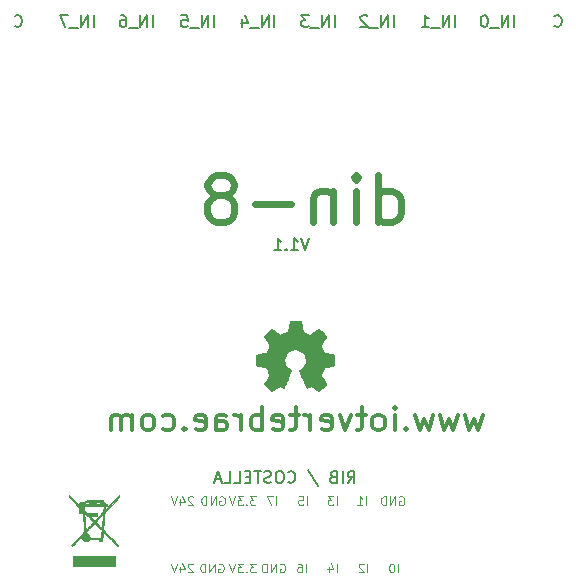
<source format=gbr>
%TF.GenerationSoftware,KiCad,Pcbnew,6.0.11+dfsg-1~bpo11+1*%
%TF.CreationDate,2023-04-06T13:54:20+02:00*%
%TF.ProjectId,din-8_11,64696e2d-385f-4313-912e-6b696361645f,1.1*%
%TF.SameCoordinates,Original*%
%TF.FileFunction,Legend,Bot*%
%TF.FilePolarity,Positive*%
%FSLAX46Y46*%
G04 Gerber Fmt 4.6, Leading zero omitted, Abs format (unit mm)*
G04 Created by KiCad (PCBNEW 6.0.11+dfsg-1~bpo11+1) date 2023-04-06 13:54:20*
%MOMM*%
%LPD*%
G01*
G04 APERTURE LIST*
%ADD10C,0.150000*%
%ADD11C,0.100000*%
%ADD12C,0.600000*%
%ADD13C,0.300000*%
%ADD14C,0.010000*%
G04 APERTURE END LIST*
D10*
X152823809Y-91452380D02*
X152490476Y-92452380D01*
X152157142Y-91452380D01*
X151300000Y-92452380D02*
X151871428Y-92452380D01*
X151585714Y-92452380D02*
X151585714Y-91452380D01*
X151680952Y-91595238D01*
X151776190Y-91690476D01*
X151871428Y-91738095D01*
X150871428Y-92357142D02*
X150823809Y-92404761D01*
X150871428Y-92452380D01*
X150919047Y-92404761D01*
X150871428Y-92357142D01*
X150871428Y-92452380D01*
X149871428Y-92452380D02*
X150442857Y-92452380D01*
X150157142Y-92452380D02*
X150157142Y-91452380D01*
X150252380Y-91595238D01*
X150347619Y-91690476D01*
X150442857Y-91738095D01*
X165180952Y-73552380D02*
X165180952Y-72552380D01*
X164704761Y-73552380D02*
X164704761Y-72552380D01*
X164133333Y-73552380D01*
X164133333Y-72552380D01*
X163895238Y-73647619D02*
X163133333Y-73647619D01*
X162371428Y-73552380D02*
X162942857Y-73552380D01*
X162657142Y-73552380D02*
X162657142Y-72552380D01*
X162752380Y-72695238D01*
X162847619Y-72790476D01*
X162942857Y-72838095D01*
D11*
X152557142Y-119739285D02*
X152557142Y-118989285D01*
X151878571Y-118989285D02*
X152021428Y-118989285D01*
X152092857Y-119025000D01*
X152128571Y-119060714D01*
X152200000Y-119167857D01*
X152235714Y-119310714D01*
X152235714Y-119596428D01*
X152200000Y-119667857D01*
X152164285Y-119703571D01*
X152092857Y-119739285D01*
X151950000Y-119739285D01*
X151878571Y-119703571D01*
X151842857Y-119667857D01*
X151807142Y-119596428D01*
X151807142Y-119417857D01*
X151842857Y-119346428D01*
X151878571Y-119310714D01*
X151950000Y-119275000D01*
X152092857Y-119275000D01*
X152164285Y-119310714D01*
X152200000Y-119346428D01*
X152235714Y-119417857D01*
D10*
X149880952Y-73552380D02*
X149880952Y-72552380D01*
X149404761Y-73552380D02*
X149404761Y-72552380D01*
X148833333Y-73552380D01*
X148833333Y-72552380D01*
X148595238Y-73647619D02*
X147833333Y-73647619D01*
X147166666Y-72885714D02*
X147166666Y-73552380D01*
X147404761Y-72504761D02*
X147642857Y-73219047D01*
X147023809Y-73219047D01*
D11*
X142992857Y-119060714D02*
X142957142Y-119025000D01*
X142885714Y-118989285D01*
X142707142Y-118989285D01*
X142635714Y-119025000D01*
X142600000Y-119060714D01*
X142564285Y-119132142D01*
X142564285Y-119203571D01*
X142600000Y-119310714D01*
X143028571Y-119739285D01*
X142564285Y-119739285D01*
X141921428Y-119239285D02*
X141921428Y-119739285D01*
X142100000Y-118953571D02*
X142278571Y-119489285D01*
X141814285Y-119489285D01*
X141635714Y-118989285D02*
X141385714Y-119739285D01*
X141135714Y-118989285D01*
D10*
X173590476Y-73457142D02*
X173638095Y-73504761D01*
X173780952Y-73552380D01*
X173876190Y-73552380D01*
X174019047Y-73504761D01*
X174114285Y-73409523D01*
X174161904Y-73314285D01*
X174209523Y-73123809D01*
X174209523Y-72980952D01*
X174161904Y-72790476D01*
X174114285Y-72695238D01*
X174019047Y-72600000D01*
X173876190Y-72552380D01*
X173780952Y-72552380D01*
X173638095Y-72600000D01*
X173590476Y-72647619D01*
D11*
X150371428Y-119025000D02*
X150442857Y-118989285D01*
X150550000Y-118989285D01*
X150657142Y-119025000D01*
X150728571Y-119096428D01*
X150764285Y-119167857D01*
X150800000Y-119310714D01*
X150800000Y-119417857D01*
X150764285Y-119560714D01*
X150728571Y-119632142D01*
X150657142Y-119703571D01*
X150550000Y-119739285D01*
X150478571Y-119739285D01*
X150371428Y-119703571D01*
X150335714Y-119667857D01*
X150335714Y-119417857D01*
X150478571Y-119417857D01*
X150014285Y-119739285D02*
X150014285Y-118989285D01*
X149585714Y-119739285D01*
X149585714Y-118989285D01*
X149228571Y-119739285D02*
X149228571Y-118989285D01*
X149050000Y-118989285D01*
X148942857Y-119025000D01*
X148871428Y-119096428D01*
X148835714Y-119167857D01*
X148800000Y-119310714D01*
X148800000Y-119417857D01*
X148835714Y-119560714D01*
X148871428Y-119632142D01*
X148942857Y-119703571D01*
X149050000Y-119739285D01*
X149228571Y-119739285D01*
D10*
X156085714Y-112152380D02*
X156419047Y-111676190D01*
X156657142Y-112152380D02*
X156657142Y-111152380D01*
X156276190Y-111152380D01*
X156180952Y-111200000D01*
X156133333Y-111247619D01*
X156085714Y-111342857D01*
X156085714Y-111485714D01*
X156133333Y-111580952D01*
X156180952Y-111628571D01*
X156276190Y-111676190D01*
X156657142Y-111676190D01*
X155657142Y-112152380D02*
X155657142Y-111152380D01*
X154847619Y-111628571D02*
X154704761Y-111676190D01*
X154657142Y-111723809D01*
X154609523Y-111819047D01*
X154609523Y-111961904D01*
X154657142Y-112057142D01*
X154704761Y-112104761D01*
X154800000Y-112152380D01*
X155180952Y-112152380D01*
X155180952Y-111152380D01*
X154847619Y-111152380D01*
X154752380Y-111200000D01*
X154704761Y-111247619D01*
X154657142Y-111342857D01*
X154657142Y-111438095D01*
X154704761Y-111533333D01*
X154752380Y-111580952D01*
X154847619Y-111628571D01*
X155180952Y-111628571D01*
X152704761Y-111104761D02*
X153561904Y-112390476D01*
X151038095Y-112057142D02*
X151085714Y-112104761D01*
X151228571Y-112152380D01*
X151323809Y-112152380D01*
X151466666Y-112104761D01*
X151561904Y-112009523D01*
X151609523Y-111914285D01*
X151657142Y-111723809D01*
X151657142Y-111580952D01*
X151609523Y-111390476D01*
X151561904Y-111295238D01*
X151466666Y-111200000D01*
X151323809Y-111152380D01*
X151228571Y-111152380D01*
X151085714Y-111200000D01*
X151038095Y-111247619D01*
X150419047Y-111152380D02*
X150228571Y-111152380D01*
X150133333Y-111200000D01*
X150038095Y-111295238D01*
X149990476Y-111485714D01*
X149990476Y-111819047D01*
X150038095Y-112009523D01*
X150133333Y-112104761D01*
X150228571Y-112152380D01*
X150419047Y-112152380D01*
X150514285Y-112104761D01*
X150609523Y-112009523D01*
X150657142Y-111819047D01*
X150657142Y-111485714D01*
X150609523Y-111295238D01*
X150514285Y-111200000D01*
X150419047Y-111152380D01*
X149609523Y-112104761D02*
X149466666Y-112152380D01*
X149228571Y-112152380D01*
X149133333Y-112104761D01*
X149085714Y-112057142D01*
X149038095Y-111961904D01*
X149038095Y-111866666D01*
X149085714Y-111771428D01*
X149133333Y-111723809D01*
X149228571Y-111676190D01*
X149419047Y-111628571D01*
X149514285Y-111580952D01*
X149561904Y-111533333D01*
X149609523Y-111438095D01*
X149609523Y-111342857D01*
X149561904Y-111247619D01*
X149514285Y-111200000D01*
X149419047Y-111152380D01*
X149180952Y-111152380D01*
X149038095Y-111200000D01*
X148752380Y-111152380D02*
X148180952Y-111152380D01*
X148466666Y-112152380D02*
X148466666Y-111152380D01*
X147847619Y-111628571D02*
X147514285Y-111628571D01*
X147371428Y-112152380D02*
X147847619Y-112152380D01*
X147847619Y-111152380D01*
X147371428Y-111152380D01*
X146466666Y-112152380D02*
X146942857Y-112152380D01*
X146942857Y-111152380D01*
X145657142Y-112152380D02*
X146133333Y-112152380D01*
X146133333Y-111152380D01*
X145371428Y-111866666D02*
X144895238Y-111866666D01*
X145466666Y-112152380D02*
X145133333Y-111152380D01*
X144800000Y-112152380D01*
D11*
X152657142Y-114039285D02*
X152657142Y-113289285D01*
X151942857Y-113289285D02*
X152300000Y-113289285D01*
X152335714Y-113646428D01*
X152300000Y-113610714D01*
X152228571Y-113575000D01*
X152050000Y-113575000D01*
X151978571Y-113610714D01*
X151942857Y-113646428D01*
X151907142Y-113717857D01*
X151907142Y-113896428D01*
X151942857Y-113967857D01*
X151978571Y-114003571D01*
X152050000Y-114039285D01*
X152228571Y-114039285D01*
X152300000Y-114003571D01*
X152335714Y-113967857D01*
X160471428Y-113325000D02*
X160542857Y-113289285D01*
X160650000Y-113289285D01*
X160757142Y-113325000D01*
X160828571Y-113396428D01*
X160864285Y-113467857D01*
X160900000Y-113610714D01*
X160900000Y-113717857D01*
X160864285Y-113860714D01*
X160828571Y-113932142D01*
X160757142Y-114003571D01*
X160650000Y-114039285D01*
X160578571Y-114039285D01*
X160471428Y-114003571D01*
X160435714Y-113967857D01*
X160435714Y-113717857D01*
X160578571Y-113717857D01*
X160114285Y-114039285D02*
X160114285Y-113289285D01*
X159685714Y-114039285D01*
X159685714Y-113289285D01*
X159328571Y-114039285D02*
X159328571Y-113289285D01*
X159150000Y-113289285D01*
X159042857Y-113325000D01*
X158971428Y-113396428D01*
X158935714Y-113467857D01*
X158900000Y-113610714D01*
X158900000Y-113717857D01*
X158935714Y-113860714D01*
X158971428Y-113932142D01*
X159042857Y-114003571D01*
X159150000Y-114039285D01*
X159328571Y-114039285D01*
D10*
X159980952Y-73552380D02*
X159980952Y-72552380D01*
X159504761Y-73552380D02*
X159504761Y-72552380D01*
X158933333Y-73552380D01*
X158933333Y-72552380D01*
X158695238Y-73647619D02*
X157933333Y-73647619D01*
X157742857Y-72647619D02*
X157695238Y-72600000D01*
X157600000Y-72552380D01*
X157361904Y-72552380D01*
X157266666Y-72600000D01*
X157219047Y-72647619D01*
X157171428Y-72742857D01*
X157171428Y-72838095D01*
X157219047Y-72980952D01*
X157790476Y-73552380D01*
X157171428Y-73552380D01*
X134580952Y-73552380D02*
X134580952Y-72552380D01*
X134104761Y-73552380D02*
X134104761Y-72552380D01*
X133533333Y-73552380D01*
X133533333Y-72552380D01*
X133295238Y-73647619D02*
X132533333Y-73647619D01*
X132390476Y-72552380D02*
X131723809Y-72552380D01*
X132152380Y-73552380D01*
D11*
X157757142Y-119739285D02*
X157757142Y-118989285D01*
X157435714Y-119060714D02*
X157400000Y-119025000D01*
X157328571Y-118989285D01*
X157150000Y-118989285D01*
X157078571Y-119025000D01*
X157042857Y-119060714D01*
X157007142Y-119132142D01*
X157007142Y-119203571D01*
X157042857Y-119310714D01*
X157471428Y-119739285D01*
X157007142Y-119739285D01*
D10*
X139580952Y-73552380D02*
X139580952Y-72552380D01*
X139104761Y-73552380D02*
X139104761Y-72552380D01*
X138533333Y-73552380D01*
X138533333Y-72552380D01*
X138295238Y-73647619D02*
X137533333Y-73647619D01*
X136866666Y-72552380D02*
X137057142Y-72552380D01*
X137152380Y-72600000D01*
X137200000Y-72647619D01*
X137295238Y-72790476D01*
X137342857Y-72980952D01*
X137342857Y-73361904D01*
X137295238Y-73457142D01*
X137247619Y-73504761D01*
X137152380Y-73552380D01*
X136961904Y-73552380D01*
X136866666Y-73504761D01*
X136819047Y-73457142D01*
X136771428Y-73361904D01*
X136771428Y-73123809D01*
X136819047Y-73028571D01*
X136866666Y-72980952D01*
X136961904Y-72933333D01*
X137152380Y-72933333D01*
X137247619Y-72980952D01*
X137295238Y-73028571D01*
X137342857Y-73123809D01*
D11*
X148307142Y-113289285D02*
X147842857Y-113289285D01*
X148092857Y-113575000D01*
X147985714Y-113575000D01*
X147914285Y-113610714D01*
X147878571Y-113646428D01*
X147842857Y-113717857D01*
X147842857Y-113896428D01*
X147878571Y-113967857D01*
X147914285Y-114003571D01*
X147985714Y-114039285D01*
X148200000Y-114039285D01*
X148271428Y-114003571D01*
X148307142Y-113967857D01*
X147521428Y-113967857D02*
X147485714Y-114003571D01*
X147521428Y-114039285D01*
X147557142Y-114003571D01*
X147521428Y-113967857D01*
X147521428Y-114039285D01*
X147235714Y-113289285D02*
X146771428Y-113289285D01*
X147021428Y-113575000D01*
X146914285Y-113575000D01*
X146842857Y-113610714D01*
X146807142Y-113646428D01*
X146771428Y-113717857D01*
X146771428Y-113896428D01*
X146807142Y-113967857D01*
X146842857Y-114003571D01*
X146914285Y-114039285D01*
X147128571Y-114039285D01*
X147200000Y-114003571D01*
X147235714Y-113967857D01*
X146557142Y-113289285D02*
X146307142Y-114039285D01*
X146057142Y-113289285D01*
D10*
X170180952Y-73552380D02*
X170180952Y-72552380D01*
X169704761Y-73552380D02*
X169704761Y-72552380D01*
X169133333Y-73552380D01*
X169133333Y-72552380D01*
X168895238Y-73647619D02*
X168133333Y-73647619D01*
X167704761Y-72552380D02*
X167609523Y-72552380D01*
X167514285Y-72600000D01*
X167466666Y-72647619D01*
X167419047Y-72742857D01*
X167371428Y-72933333D01*
X167371428Y-73171428D01*
X167419047Y-73361904D01*
X167466666Y-73457142D01*
X167514285Y-73504761D01*
X167609523Y-73552380D01*
X167704761Y-73552380D01*
X167800000Y-73504761D01*
X167847619Y-73457142D01*
X167895238Y-73361904D01*
X167942857Y-73171428D01*
X167942857Y-72933333D01*
X167895238Y-72742857D01*
X167847619Y-72647619D01*
X167800000Y-72600000D01*
X167704761Y-72552380D01*
D11*
X155157142Y-114039285D02*
X155157142Y-113289285D01*
X154871428Y-113289285D02*
X154407142Y-113289285D01*
X154657142Y-113575000D01*
X154550000Y-113575000D01*
X154478571Y-113610714D01*
X154442857Y-113646428D01*
X154407142Y-113717857D01*
X154407142Y-113896428D01*
X154442857Y-113967857D01*
X154478571Y-114003571D01*
X154550000Y-114039285D01*
X154764285Y-114039285D01*
X154835714Y-114003571D01*
X154871428Y-113967857D01*
X145171428Y-119025000D02*
X145242857Y-118989285D01*
X145350000Y-118989285D01*
X145457142Y-119025000D01*
X145528571Y-119096428D01*
X145564285Y-119167857D01*
X145600000Y-119310714D01*
X145600000Y-119417857D01*
X145564285Y-119560714D01*
X145528571Y-119632142D01*
X145457142Y-119703571D01*
X145350000Y-119739285D01*
X145278571Y-119739285D01*
X145171428Y-119703571D01*
X145135714Y-119667857D01*
X145135714Y-119417857D01*
X145278571Y-119417857D01*
X144814285Y-119739285D02*
X144814285Y-118989285D01*
X144385714Y-119739285D01*
X144385714Y-118989285D01*
X144028571Y-119739285D02*
X144028571Y-118989285D01*
X143850000Y-118989285D01*
X143742857Y-119025000D01*
X143671428Y-119096428D01*
X143635714Y-119167857D01*
X143600000Y-119310714D01*
X143600000Y-119417857D01*
X143635714Y-119560714D01*
X143671428Y-119632142D01*
X143742857Y-119703571D01*
X143850000Y-119739285D01*
X144028571Y-119739285D01*
X150057142Y-114039285D02*
X150057142Y-113289285D01*
X149771428Y-113289285D02*
X149271428Y-113289285D01*
X149592857Y-114039285D01*
D10*
X144780952Y-73552380D02*
X144780952Y-72552380D01*
X144304761Y-73552380D02*
X144304761Y-72552380D01*
X143733333Y-73552380D01*
X143733333Y-72552380D01*
X143495238Y-73647619D02*
X142733333Y-73647619D01*
X142019047Y-72552380D02*
X142495238Y-72552380D01*
X142542857Y-73028571D01*
X142495238Y-72980952D01*
X142400000Y-72933333D01*
X142161904Y-72933333D01*
X142066666Y-72980952D01*
X142019047Y-73028571D01*
X141971428Y-73123809D01*
X141971428Y-73361904D01*
X142019047Y-73457142D01*
X142066666Y-73504761D01*
X142161904Y-73552380D01*
X142400000Y-73552380D01*
X142495238Y-73504761D01*
X142542857Y-73457142D01*
D11*
X142992857Y-113360714D02*
X142957142Y-113325000D01*
X142885714Y-113289285D01*
X142707142Y-113289285D01*
X142635714Y-113325000D01*
X142600000Y-113360714D01*
X142564285Y-113432142D01*
X142564285Y-113503571D01*
X142600000Y-113610714D01*
X143028571Y-114039285D01*
X142564285Y-114039285D01*
X141921428Y-113539285D02*
X141921428Y-114039285D01*
X142100000Y-113253571D02*
X142278571Y-113789285D01*
X141814285Y-113789285D01*
X141635714Y-113289285D02*
X141385714Y-114039285D01*
X141135714Y-113289285D01*
D10*
X127890476Y-73457142D02*
X127938095Y-73504761D01*
X128080952Y-73552380D01*
X128176190Y-73552380D01*
X128319047Y-73504761D01*
X128414285Y-73409523D01*
X128461904Y-73314285D01*
X128509523Y-73123809D01*
X128509523Y-72980952D01*
X128461904Y-72790476D01*
X128414285Y-72695238D01*
X128319047Y-72600000D01*
X128176190Y-72552380D01*
X128080952Y-72552380D01*
X127938095Y-72600000D01*
X127890476Y-72647619D01*
D11*
X155157142Y-119739285D02*
X155157142Y-118989285D01*
X154478571Y-119239285D02*
X154478571Y-119739285D01*
X154657142Y-118953571D02*
X154835714Y-119489285D01*
X154371428Y-119489285D01*
X160357142Y-119739285D02*
X160357142Y-118989285D01*
X159857142Y-118989285D02*
X159785714Y-118989285D01*
X159714285Y-119025000D01*
X159678571Y-119060714D01*
X159642857Y-119132142D01*
X159607142Y-119275000D01*
X159607142Y-119453571D01*
X159642857Y-119596428D01*
X159678571Y-119667857D01*
X159714285Y-119703571D01*
X159785714Y-119739285D01*
X159857142Y-119739285D01*
X159928571Y-119703571D01*
X159964285Y-119667857D01*
X160000000Y-119596428D01*
X160035714Y-119453571D01*
X160035714Y-119275000D01*
X160000000Y-119132142D01*
X159964285Y-119060714D01*
X159928571Y-119025000D01*
X159857142Y-118989285D01*
D12*
X158685714Y-90109523D02*
X158685714Y-86109523D01*
X158685714Y-89919047D02*
X159066666Y-90109523D01*
X159828571Y-90109523D01*
X160209523Y-89919047D01*
X160400000Y-89728571D01*
X160590476Y-89347619D01*
X160590476Y-88204761D01*
X160400000Y-87823809D01*
X160209523Y-87633333D01*
X159828571Y-87442857D01*
X159066666Y-87442857D01*
X158685714Y-87633333D01*
X156780952Y-90109523D02*
X156780952Y-87442857D01*
X156780952Y-86109523D02*
X156971428Y-86300000D01*
X156780952Y-86490476D01*
X156590476Y-86300000D01*
X156780952Y-86109523D01*
X156780952Y-86490476D01*
X154876190Y-87442857D02*
X154876190Y-90109523D01*
X154876190Y-87823809D02*
X154685714Y-87633333D01*
X154304761Y-87442857D01*
X153733333Y-87442857D01*
X153352380Y-87633333D01*
X153161904Y-88014285D01*
X153161904Y-90109523D01*
X151257142Y-88585714D02*
X148209523Y-88585714D01*
X145733333Y-87823809D02*
X146114285Y-87633333D01*
X146304761Y-87442857D01*
X146495238Y-87061904D01*
X146495238Y-86871428D01*
X146304761Y-86490476D01*
X146114285Y-86300000D01*
X145733333Y-86109523D01*
X144971428Y-86109523D01*
X144590476Y-86300000D01*
X144400000Y-86490476D01*
X144209523Y-86871428D01*
X144209523Y-87061904D01*
X144400000Y-87442857D01*
X144590476Y-87633333D01*
X144971428Y-87823809D01*
X145733333Y-87823809D01*
X146114285Y-88014285D01*
X146304761Y-88204761D01*
X146495238Y-88585714D01*
X146495238Y-89347619D01*
X146304761Y-89728571D01*
X146114285Y-89919047D01*
X145733333Y-90109523D01*
X144971428Y-90109523D01*
X144590476Y-89919047D01*
X144400000Y-89728571D01*
X144209523Y-89347619D01*
X144209523Y-88585714D01*
X144400000Y-88204761D01*
X144590476Y-88014285D01*
X144971428Y-87823809D01*
D10*
X154980952Y-73552380D02*
X154980952Y-72552380D01*
X154504761Y-73552380D02*
X154504761Y-72552380D01*
X153933333Y-73552380D01*
X153933333Y-72552380D01*
X153695238Y-73647619D02*
X152933333Y-73647619D01*
X152790476Y-72552380D02*
X152171428Y-72552380D01*
X152504761Y-72933333D01*
X152361904Y-72933333D01*
X152266666Y-72980952D01*
X152219047Y-73028571D01*
X152171428Y-73123809D01*
X152171428Y-73361904D01*
X152219047Y-73457142D01*
X152266666Y-73504761D01*
X152361904Y-73552380D01*
X152647619Y-73552380D01*
X152742857Y-73504761D01*
X152790476Y-73457142D01*
D11*
X148307142Y-118989285D02*
X147842857Y-118989285D01*
X148092857Y-119275000D01*
X147985714Y-119275000D01*
X147914285Y-119310714D01*
X147878571Y-119346428D01*
X147842857Y-119417857D01*
X147842857Y-119596428D01*
X147878571Y-119667857D01*
X147914285Y-119703571D01*
X147985714Y-119739285D01*
X148200000Y-119739285D01*
X148271428Y-119703571D01*
X148307142Y-119667857D01*
X147521428Y-119667857D02*
X147485714Y-119703571D01*
X147521428Y-119739285D01*
X147557142Y-119703571D01*
X147521428Y-119667857D01*
X147521428Y-119739285D01*
X147235714Y-118989285D02*
X146771428Y-118989285D01*
X147021428Y-119275000D01*
X146914285Y-119275000D01*
X146842857Y-119310714D01*
X146807142Y-119346428D01*
X146771428Y-119417857D01*
X146771428Y-119596428D01*
X146807142Y-119667857D01*
X146842857Y-119703571D01*
X146914285Y-119739285D01*
X147128571Y-119739285D01*
X147200000Y-119703571D01*
X147235714Y-119667857D01*
X146557142Y-118989285D02*
X146307142Y-119739285D01*
X146057142Y-118989285D01*
X157657142Y-114039285D02*
X157657142Y-113289285D01*
X156907142Y-114039285D02*
X157335714Y-114039285D01*
X157121428Y-114039285D02*
X157121428Y-113289285D01*
X157192857Y-113396428D01*
X157264285Y-113467857D01*
X157335714Y-113503571D01*
X145271428Y-113325000D02*
X145342857Y-113289285D01*
X145450000Y-113289285D01*
X145557142Y-113325000D01*
X145628571Y-113396428D01*
X145664285Y-113467857D01*
X145700000Y-113610714D01*
X145700000Y-113717857D01*
X145664285Y-113860714D01*
X145628571Y-113932142D01*
X145557142Y-114003571D01*
X145450000Y-114039285D01*
X145378571Y-114039285D01*
X145271428Y-114003571D01*
X145235714Y-113967857D01*
X145235714Y-113717857D01*
X145378571Y-113717857D01*
X144914285Y-114039285D02*
X144914285Y-113289285D01*
X144485714Y-114039285D01*
X144485714Y-113289285D01*
X144128571Y-114039285D02*
X144128571Y-113289285D01*
X143950000Y-113289285D01*
X143842857Y-113325000D01*
X143771428Y-113396428D01*
X143735714Y-113467857D01*
X143700000Y-113610714D01*
X143700000Y-113717857D01*
X143735714Y-113860714D01*
X143771428Y-113932142D01*
X143842857Y-114003571D01*
X143950000Y-114039285D01*
X144128571Y-114039285D01*
D13*
X167509523Y-106371428D02*
X167128571Y-107704761D01*
X166747619Y-106752380D01*
X166366666Y-107704761D01*
X165985714Y-106371428D01*
X165414285Y-106371428D02*
X165033333Y-107704761D01*
X164652380Y-106752380D01*
X164271428Y-107704761D01*
X163890476Y-106371428D01*
X163319047Y-106371428D02*
X162938095Y-107704761D01*
X162557142Y-106752380D01*
X162176190Y-107704761D01*
X161795238Y-106371428D01*
X161033333Y-107514285D02*
X160938095Y-107609523D01*
X161033333Y-107704761D01*
X161128571Y-107609523D01*
X161033333Y-107514285D01*
X161033333Y-107704761D01*
X160080952Y-107704761D02*
X160080952Y-106371428D01*
X160080952Y-105704761D02*
X160176190Y-105800000D01*
X160080952Y-105895238D01*
X159985714Y-105800000D01*
X160080952Y-105704761D01*
X160080952Y-105895238D01*
X158842857Y-107704761D02*
X159033333Y-107609523D01*
X159128571Y-107514285D01*
X159223809Y-107323809D01*
X159223809Y-106752380D01*
X159128571Y-106561904D01*
X159033333Y-106466666D01*
X158842857Y-106371428D01*
X158557142Y-106371428D01*
X158366666Y-106466666D01*
X158271428Y-106561904D01*
X158176190Y-106752380D01*
X158176190Y-107323809D01*
X158271428Y-107514285D01*
X158366666Y-107609523D01*
X158557142Y-107704761D01*
X158842857Y-107704761D01*
X157604761Y-106371428D02*
X156842857Y-106371428D01*
X157319047Y-105704761D02*
X157319047Y-107419047D01*
X157223809Y-107609523D01*
X157033333Y-107704761D01*
X156842857Y-107704761D01*
X156366666Y-106371428D02*
X155890476Y-107704761D01*
X155414285Y-106371428D01*
X153890476Y-107609523D02*
X154080952Y-107704761D01*
X154461904Y-107704761D01*
X154652380Y-107609523D01*
X154747619Y-107419047D01*
X154747619Y-106657142D01*
X154652380Y-106466666D01*
X154461904Y-106371428D01*
X154080952Y-106371428D01*
X153890476Y-106466666D01*
X153795238Y-106657142D01*
X153795238Y-106847619D01*
X154747619Y-107038095D01*
X152938095Y-107704761D02*
X152938095Y-106371428D01*
X152938095Y-106752380D02*
X152842857Y-106561904D01*
X152747619Y-106466666D01*
X152557142Y-106371428D01*
X152366666Y-106371428D01*
X151985714Y-106371428D02*
X151223809Y-106371428D01*
X151700000Y-105704761D02*
X151700000Y-107419047D01*
X151604761Y-107609523D01*
X151414285Y-107704761D01*
X151223809Y-107704761D01*
X149795238Y-107609523D02*
X149985714Y-107704761D01*
X150366666Y-107704761D01*
X150557142Y-107609523D01*
X150652380Y-107419047D01*
X150652380Y-106657142D01*
X150557142Y-106466666D01*
X150366666Y-106371428D01*
X149985714Y-106371428D01*
X149795238Y-106466666D01*
X149700000Y-106657142D01*
X149700000Y-106847619D01*
X150652380Y-107038095D01*
X148842857Y-107704761D02*
X148842857Y-105704761D01*
X148842857Y-106466666D02*
X148652380Y-106371428D01*
X148271428Y-106371428D01*
X148080952Y-106466666D01*
X147985714Y-106561904D01*
X147890476Y-106752380D01*
X147890476Y-107323809D01*
X147985714Y-107514285D01*
X148080952Y-107609523D01*
X148271428Y-107704761D01*
X148652380Y-107704761D01*
X148842857Y-107609523D01*
X147033333Y-107704761D02*
X147033333Y-106371428D01*
X147033333Y-106752380D02*
X146938095Y-106561904D01*
X146842857Y-106466666D01*
X146652380Y-106371428D01*
X146461904Y-106371428D01*
X144938095Y-107704761D02*
X144938095Y-106657142D01*
X145033333Y-106466666D01*
X145223809Y-106371428D01*
X145604761Y-106371428D01*
X145795238Y-106466666D01*
X144938095Y-107609523D02*
X145128571Y-107704761D01*
X145604761Y-107704761D01*
X145795238Y-107609523D01*
X145890476Y-107419047D01*
X145890476Y-107228571D01*
X145795238Y-107038095D01*
X145604761Y-106942857D01*
X145128571Y-106942857D01*
X144938095Y-106847619D01*
X143223809Y-107609523D02*
X143414285Y-107704761D01*
X143795238Y-107704761D01*
X143985714Y-107609523D01*
X144080952Y-107419047D01*
X144080952Y-106657142D01*
X143985714Y-106466666D01*
X143795238Y-106371428D01*
X143414285Y-106371428D01*
X143223809Y-106466666D01*
X143128571Y-106657142D01*
X143128571Y-106847619D01*
X144080952Y-107038095D01*
X142271428Y-107514285D02*
X142176190Y-107609523D01*
X142271428Y-107704761D01*
X142366666Y-107609523D01*
X142271428Y-107514285D01*
X142271428Y-107704761D01*
X140461904Y-107609523D02*
X140652380Y-107704761D01*
X141033333Y-107704761D01*
X141223809Y-107609523D01*
X141319047Y-107514285D01*
X141414285Y-107323809D01*
X141414285Y-106752380D01*
X141319047Y-106561904D01*
X141223809Y-106466666D01*
X141033333Y-106371428D01*
X140652380Y-106371428D01*
X140461904Y-106466666D01*
X139319047Y-107704761D02*
X139509523Y-107609523D01*
X139604761Y-107514285D01*
X139700000Y-107323809D01*
X139700000Y-106752380D01*
X139604761Y-106561904D01*
X139509523Y-106466666D01*
X139319047Y-106371428D01*
X139033333Y-106371428D01*
X138842857Y-106466666D01*
X138747619Y-106561904D01*
X138652380Y-106752380D01*
X138652380Y-107323809D01*
X138747619Y-107514285D01*
X138842857Y-107609523D01*
X139033333Y-107704761D01*
X139319047Y-107704761D01*
X137795238Y-107704761D02*
X137795238Y-106371428D01*
X137795238Y-106561904D02*
X137700000Y-106466666D01*
X137509523Y-106371428D01*
X137223809Y-106371428D01*
X137033333Y-106466666D01*
X136938095Y-106657142D01*
X136938095Y-107704761D01*
X136938095Y-106657142D02*
X136842857Y-106466666D01*
X136652380Y-106371428D01*
X136366666Y-106371428D01*
X136176190Y-106466666D01*
X136080952Y-106657142D01*
X136080952Y-107704761D01*
%TO.C,REF\u002A\u002A*%
G36*
X152187275Y-98918931D02*
G01*
X152271095Y-99363555D01*
X152889667Y-99618551D01*
X153260707Y-99366246D01*
X153334144Y-99316506D01*
X153431499Y-99251218D01*
X153515787Y-99195454D01*
X153582631Y-99152078D01*
X153627654Y-99123953D01*
X153646478Y-99113942D01*
X153658039Y-99121061D01*
X153692596Y-99150894D01*
X153744894Y-99199852D01*
X153810500Y-99263440D01*
X153884983Y-99337163D01*
X153963913Y-99416525D01*
X154042856Y-99497031D01*
X154117384Y-99574185D01*
X154183063Y-99643493D01*
X154235463Y-99700457D01*
X154270153Y-99740584D01*
X154282701Y-99759377D01*
X154279782Y-99767451D01*
X154259571Y-99803469D01*
X154222663Y-99862744D01*
X154172050Y-99940630D01*
X154110725Y-100032481D01*
X154041679Y-100133650D01*
X154003787Y-100188826D01*
X153938606Y-100284884D01*
X153882723Y-100368717D01*
X153839117Y-100435777D01*
X153810769Y-100481519D01*
X153800657Y-100501396D01*
X153800823Y-100502497D01*
X153809743Y-100527694D01*
X153830206Y-100579147D01*
X153859360Y-100650135D01*
X153894353Y-100733935D01*
X153932332Y-100823828D01*
X153970445Y-100913091D01*
X154005839Y-100995003D01*
X154035662Y-101062843D01*
X154057061Y-101109890D01*
X154067184Y-101129422D01*
X154073174Y-101131155D01*
X154109566Y-101138969D01*
X154174427Y-101151915D01*
X154262565Y-101168979D01*
X154368787Y-101189151D01*
X154487902Y-101211418D01*
X154550683Y-101223223D01*
X154665912Y-101245748D01*
X154766662Y-101266550D01*
X154847426Y-101284435D01*
X154902698Y-101298208D01*
X154926971Y-101306674D01*
X154931331Y-101315066D01*
X154938563Y-101356072D01*
X154944246Y-101424368D01*
X154948382Y-101513529D01*
X154950977Y-101617128D01*
X154952036Y-101728740D01*
X154951561Y-101841938D01*
X154949559Y-101950296D01*
X154946033Y-102047389D01*
X154940987Y-102126790D01*
X154934427Y-102182072D01*
X154926356Y-102206810D01*
X154921458Y-102209600D01*
X154884930Y-102221569D01*
X154821565Y-102237405D01*
X154738686Y-102255374D01*
X154643618Y-102273741D01*
X154611542Y-102279591D01*
X154463393Y-102306798D01*
X154346961Y-102328663D01*
X154258209Y-102346093D01*
X154193103Y-102359996D01*
X154147606Y-102371277D01*
X154117682Y-102380843D01*
X154099294Y-102389601D01*
X154088407Y-102398457D01*
X154087142Y-102399943D01*
X154069338Y-102430931D01*
X154042994Y-102487634D01*
X154010661Y-102563399D01*
X153974893Y-102651574D01*
X153938244Y-102745507D01*
X153903266Y-102838547D01*
X153872513Y-102924041D01*
X153848538Y-102995336D01*
X153833895Y-103045782D01*
X153831136Y-103068726D01*
X153832981Y-103071703D01*
X153852075Y-103100493D01*
X153887984Y-103153595D01*
X153937378Y-103226117D01*
X153996927Y-103313167D01*
X154063303Y-103409854D01*
X154081520Y-103436456D01*
X154145577Y-103531875D01*
X154200937Y-103617212D01*
X154244439Y-103687405D01*
X154272924Y-103737394D01*
X154283232Y-103762116D01*
X154281011Y-103768616D01*
X154257858Y-103800644D01*
X154212177Y-103852945D01*
X154147241Y-103921999D01*
X154066319Y-104004286D01*
X153972685Y-104096286D01*
X153919165Y-104147781D01*
X153834542Y-104227983D01*
X153760475Y-104296678D01*
X153700941Y-104350252D01*
X153659917Y-104385085D01*
X153641381Y-104397563D01*
X153628646Y-104392938D01*
X153589436Y-104371057D01*
X153532495Y-104335273D01*
X153465250Y-104290117D01*
X153417438Y-104257165D01*
X153321985Y-104191727D01*
X153220125Y-104122228D01*
X153127088Y-104059075D01*
X152944832Y-103935800D01*
X152791841Y-104018520D01*
X152755817Y-104037613D01*
X152690303Y-104070272D01*
X152639640Y-104092819D01*
X152612564Y-104101226D01*
X152603703Y-104090430D01*
X152581699Y-104049323D01*
X152549199Y-103981549D01*
X152508010Y-103891409D01*
X152459942Y-103783205D01*
X152406802Y-103661237D01*
X152350399Y-103529808D01*
X152292542Y-103393218D01*
X152235038Y-103255767D01*
X152179697Y-103121758D01*
X152128326Y-102995491D01*
X152082735Y-102881268D01*
X152044732Y-102783390D01*
X152016124Y-102706157D01*
X151998721Y-102653871D01*
X151994331Y-102630833D01*
X151994628Y-102630160D01*
X152015077Y-102608863D01*
X152057850Y-102575508D01*
X152114117Y-102537011D01*
X152131877Y-102525256D01*
X152267014Y-102413735D01*
X152378856Y-102280906D01*
X152464755Y-102132298D01*
X152522062Y-101973440D01*
X152548131Y-101809860D01*
X152540313Y-101647088D01*
X152508644Y-101502315D01*
X152451782Y-101356124D01*
X152368888Y-101225703D01*
X152255131Y-101101813D01*
X152210433Y-101062235D01*
X152065935Y-100964723D01*
X151909838Y-100899050D01*
X151746667Y-100864630D01*
X151580943Y-100860874D01*
X151417192Y-100887194D01*
X151259936Y-100943003D01*
X151113698Y-101027714D01*
X150983004Y-101140737D01*
X150872374Y-101281487D01*
X150851105Y-101316342D01*
X150778810Y-101475655D01*
X150740415Y-101641552D01*
X150734914Y-101809737D01*
X150761301Y-101975913D01*
X150818570Y-102135784D01*
X150905717Y-102285053D01*
X151021736Y-102419423D01*
X151165622Y-102534599D01*
X151170294Y-102537702D01*
X151225964Y-102576933D01*
X151267689Y-102610286D01*
X151286746Y-102630833D01*
X151284342Y-102646941D01*
X151269391Y-102693844D01*
X151242881Y-102766539D01*
X151206620Y-102860725D01*
X151162416Y-102972098D01*
X151112076Y-103096358D01*
X151057407Y-103229202D01*
X151000218Y-103366327D01*
X150942316Y-103503432D01*
X150885510Y-103636215D01*
X150831606Y-103760374D01*
X150782412Y-103871606D01*
X150739737Y-103965609D01*
X150705387Y-104038082D01*
X150681171Y-104084722D01*
X150668897Y-104101226D01*
X150658689Y-104098991D01*
X150618586Y-104082926D01*
X150559318Y-104054759D01*
X150489619Y-104018520D01*
X150336629Y-103935800D01*
X150154373Y-104059075D01*
X150100527Y-104095579D01*
X150000374Y-104163784D01*
X149900525Y-104232098D01*
X149816211Y-104290117D01*
X149769679Y-104321736D01*
X149709200Y-104361020D01*
X149664357Y-104387912D01*
X149642455Y-104397883D01*
X149633045Y-104393650D01*
X149599031Y-104367721D01*
X149546595Y-104322070D01*
X149480301Y-104261186D01*
X149404713Y-104189561D01*
X149324396Y-104111683D01*
X149243913Y-104032045D01*
X149167829Y-103955135D01*
X149100707Y-103885445D01*
X149047112Y-103827464D01*
X149011608Y-103785684D01*
X148998759Y-103764593D01*
X148999500Y-103760581D01*
X149014793Y-103727920D01*
X149047462Y-103671412D01*
X149094350Y-103596163D01*
X149152301Y-103507275D01*
X149218157Y-103409854D01*
X149236627Y-103382982D01*
X149301482Y-103288423D01*
X149358609Y-103204827D01*
X149404678Y-103137084D01*
X149436359Y-103090086D01*
X149450324Y-103068726D01*
X149450668Y-103067811D01*
X149446546Y-103041678D01*
X149430807Y-102988740D01*
X149406004Y-102915647D01*
X149374689Y-102829052D01*
X149339417Y-102735608D01*
X149302740Y-102641965D01*
X149267212Y-102554777D01*
X149235386Y-102480695D01*
X149209816Y-102426371D01*
X149193053Y-102398457D01*
X149191374Y-102396724D01*
X149179372Y-102387956D01*
X149159103Y-102379115D01*
X149126529Y-102369292D01*
X149077616Y-102357583D01*
X149008327Y-102343080D01*
X148914625Y-102324876D01*
X148792476Y-102302066D01*
X148637842Y-102273741D01*
X148605770Y-102267780D01*
X148513893Y-102249352D01*
X148436607Y-102231892D01*
X148381236Y-102217133D01*
X148355105Y-102206810D01*
X148350733Y-102198197D01*
X148343445Y-102156826D01*
X148337669Y-102088241D01*
X148333410Y-101998868D01*
X148330673Y-101895135D01*
X148329462Y-101783465D01*
X148329782Y-101670287D01*
X148331636Y-101562026D01*
X148335030Y-101465108D01*
X148339967Y-101385959D01*
X148346452Y-101331006D01*
X148354489Y-101306674D01*
X148362696Y-101303079D01*
X148403519Y-101291748D01*
X148472524Y-101275722D01*
X148564203Y-101256195D01*
X148673050Y-101234362D01*
X148793558Y-101211418D01*
X148859357Y-101199159D01*
X148972135Y-101177901D01*
X149069207Y-101159287D01*
X149145382Y-101144328D01*
X149195469Y-101134036D01*
X149214276Y-101129422D01*
X149214983Y-101128471D01*
X149226961Y-101104310D01*
X149249794Y-101053694D01*
X149280630Y-100983338D01*
X149316613Y-100899958D01*
X149354891Y-100810270D01*
X149392609Y-100720989D01*
X149426913Y-100638832D01*
X149454949Y-100570513D01*
X149473864Y-100522748D01*
X149480803Y-100502254D01*
X149477742Y-100495043D01*
X149457372Y-100460728D01*
X149420422Y-100402970D01*
X149369860Y-100326299D01*
X149308657Y-100235248D01*
X149239781Y-100134350D01*
X149201994Y-100079093D01*
X149136782Y-99982215D01*
X149080871Y-99897193D01*
X149037241Y-99828662D01*
X149008877Y-99781260D01*
X148998759Y-99759623D01*
X149005790Y-99747887D01*
X149035197Y-99712818D01*
X149083441Y-99659745D01*
X149146093Y-99593164D01*
X149218725Y-99517574D01*
X149296908Y-99437472D01*
X149376214Y-99357354D01*
X149452213Y-99281718D01*
X149520478Y-99215062D01*
X149576580Y-99161882D01*
X149616090Y-99126676D01*
X149634579Y-99113942D01*
X149644843Y-99118893D01*
X149682530Y-99141857D01*
X149743348Y-99180938D01*
X149822913Y-99233272D01*
X149916843Y-99295996D01*
X150020754Y-99366246D01*
X150391794Y-99618551D01*
X150701080Y-99491053D01*
X151010365Y-99363555D01*
X151094186Y-98918931D01*
X151178006Y-98474307D01*
X152103454Y-98474307D01*
X152187275Y-98918931D01*
G37*
D14*
X152187275Y-98918931D02*
X152271095Y-99363555D01*
X152889667Y-99618551D01*
X153260707Y-99366246D01*
X153334144Y-99316506D01*
X153431499Y-99251218D01*
X153515787Y-99195454D01*
X153582631Y-99152078D01*
X153627654Y-99123953D01*
X153646478Y-99113942D01*
X153658039Y-99121061D01*
X153692596Y-99150894D01*
X153744894Y-99199852D01*
X153810500Y-99263440D01*
X153884983Y-99337163D01*
X153963913Y-99416525D01*
X154042856Y-99497031D01*
X154117384Y-99574185D01*
X154183063Y-99643493D01*
X154235463Y-99700457D01*
X154270153Y-99740584D01*
X154282701Y-99759377D01*
X154279782Y-99767451D01*
X154259571Y-99803469D01*
X154222663Y-99862744D01*
X154172050Y-99940630D01*
X154110725Y-100032481D01*
X154041679Y-100133650D01*
X154003787Y-100188826D01*
X153938606Y-100284884D01*
X153882723Y-100368717D01*
X153839117Y-100435777D01*
X153810769Y-100481519D01*
X153800657Y-100501396D01*
X153800823Y-100502497D01*
X153809743Y-100527694D01*
X153830206Y-100579147D01*
X153859360Y-100650135D01*
X153894353Y-100733935D01*
X153932332Y-100823828D01*
X153970445Y-100913091D01*
X154005839Y-100995003D01*
X154035662Y-101062843D01*
X154057061Y-101109890D01*
X154067184Y-101129422D01*
X154073174Y-101131155D01*
X154109566Y-101138969D01*
X154174427Y-101151915D01*
X154262565Y-101168979D01*
X154368787Y-101189151D01*
X154487902Y-101211418D01*
X154550683Y-101223223D01*
X154665912Y-101245748D01*
X154766662Y-101266550D01*
X154847426Y-101284435D01*
X154902698Y-101298208D01*
X154926971Y-101306674D01*
X154931331Y-101315066D01*
X154938563Y-101356072D01*
X154944246Y-101424368D01*
X154948382Y-101513529D01*
X154950977Y-101617128D01*
X154952036Y-101728740D01*
X154951561Y-101841938D01*
X154949559Y-101950296D01*
X154946033Y-102047389D01*
X154940987Y-102126790D01*
X154934427Y-102182072D01*
X154926356Y-102206810D01*
X154921458Y-102209600D01*
X154884930Y-102221569D01*
X154821565Y-102237405D01*
X154738686Y-102255374D01*
X154643618Y-102273741D01*
X154611542Y-102279591D01*
X154463393Y-102306798D01*
X154346961Y-102328663D01*
X154258209Y-102346093D01*
X154193103Y-102359996D01*
X154147606Y-102371277D01*
X154117682Y-102380843D01*
X154099294Y-102389601D01*
X154088407Y-102398457D01*
X154087142Y-102399943D01*
X154069338Y-102430931D01*
X154042994Y-102487634D01*
X154010661Y-102563399D01*
X153974893Y-102651574D01*
X153938244Y-102745507D01*
X153903266Y-102838547D01*
X153872513Y-102924041D01*
X153848538Y-102995336D01*
X153833895Y-103045782D01*
X153831136Y-103068726D01*
X153832981Y-103071703D01*
X153852075Y-103100493D01*
X153887984Y-103153595D01*
X153937378Y-103226117D01*
X153996927Y-103313167D01*
X154063303Y-103409854D01*
X154081520Y-103436456D01*
X154145577Y-103531875D01*
X154200937Y-103617212D01*
X154244439Y-103687405D01*
X154272924Y-103737394D01*
X154283232Y-103762116D01*
X154281011Y-103768616D01*
X154257858Y-103800644D01*
X154212177Y-103852945D01*
X154147241Y-103921999D01*
X154066319Y-104004286D01*
X153972685Y-104096286D01*
X153919165Y-104147781D01*
X153834542Y-104227983D01*
X153760475Y-104296678D01*
X153700941Y-104350252D01*
X153659917Y-104385085D01*
X153641381Y-104397563D01*
X153628646Y-104392938D01*
X153589436Y-104371057D01*
X153532495Y-104335273D01*
X153465250Y-104290117D01*
X153417438Y-104257165D01*
X153321985Y-104191727D01*
X153220125Y-104122228D01*
X153127088Y-104059075D01*
X152944832Y-103935800D01*
X152791841Y-104018520D01*
X152755817Y-104037613D01*
X152690303Y-104070272D01*
X152639640Y-104092819D01*
X152612564Y-104101226D01*
X152603703Y-104090430D01*
X152581699Y-104049323D01*
X152549199Y-103981549D01*
X152508010Y-103891409D01*
X152459942Y-103783205D01*
X152406802Y-103661237D01*
X152350399Y-103529808D01*
X152292542Y-103393218D01*
X152235038Y-103255767D01*
X152179697Y-103121758D01*
X152128326Y-102995491D01*
X152082735Y-102881268D01*
X152044732Y-102783390D01*
X152016124Y-102706157D01*
X151998721Y-102653871D01*
X151994331Y-102630833D01*
X151994628Y-102630160D01*
X152015077Y-102608863D01*
X152057850Y-102575508D01*
X152114117Y-102537011D01*
X152131877Y-102525256D01*
X152267014Y-102413735D01*
X152378856Y-102280906D01*
X152464755Y-102132298D01*
X152522062Y-101973440D01*
X152548131Y-101809860D01*
X152540313Y-101647088D01*
X152508644Y-101502315D01*
X152451782Y-101356124D01*
X152368888Y-101225703D01*
X152255131Y-101101813D01*
X152210433Y-101062235D01*
X152065935Y-100964723D01*
X151909838Y-100899050D01*
X151746667Y-100864630D01*
X151580943Y-100860874D01*
X151417192Y-100887194D01*
X151259936Y-100943003D01*
X151113698Y-101027714D01*
X150983004Y-101140737D01*
X150872374Y-101281487D01*
X150851105Y-101316342D01*
X150778810Y-101475655D01*
X150740415Y-101641552D01*
X150734914Y-101809737D01*
X150761301Y-101975913D01*
X150818570Y-102135784D01*
X150905717Y-102285053D01*
X151021736Y-102419423D01*
X151165622Y-102534599D01*
X151170294Y-102537702D01*
X151225964Y-102576933D01*
X151267689Y-102610286D01*
X151286746Y-102630833D01*
X151284342Y-102646941D01*
X151269391Y-102693844D01*
X151242881Y-102766539D01*
X151206620Y-102860725D01*
X151162416Y-102972098D01*
X151112076Y-103096358D01*
X151057407Y-103229202D01*
X151000218Y-103366327D01*
X150942316Y-103503432D01*
X150885510Y-103636215D01*
X150831606Y-103760374D01*
X150782412Y-103871606D01*
X150739737Y-103965609D01*
X150705387Y-104038082D01*
X150681171Y-104084722D01*
X150668897Y-104101226D01*
X150658689Y-104098991D01*
X150618586Y-104082926D01*
X150559318Y-104054759D01*
X150489619Y-104018520D01*
X150336629Y-103935800D01*
X150154373Y-104059075D01*
X150100527Y-104095579D01*
X150000374Y-104163784D01*
X149900525Y-104232098D01*
X149816211Y-104290117D01*
X149769679Y-104321736D01*
X149709200Y-104361020D01*
X149664357Y-104387912D01*
X149642455Y-104397883D01*
X149633045Y-104393650D01*
X149599031Y-104367721D01*
X149546595Y-104322070D01*
X149480301Y-104261186D01*
X149404713Y-104189561D01*
X149324396Y-104111683D01*
X149243913Y-104032045D01*
X149167829Y-103955135D01*
X149100707Y-103885445D01*
X149047112Y-103827464D01*
X149011608Y-103785684D01*
X148998759Y-103764593D01*
X148999500Y-103760581D01*
X149014793Y-103727920D01*
X149047462Y-103671412D01*
X149094350Y-103596163D01*
X149152301Y-103507275D01*
X149218157Y-103409854D01*
X149236627Y-103382982D01*
X149301482Y-103288423D01*
X149358609Y-103204827D01*
X149404678Y-103137084D01*
X149436359Y-103090086D01*
X149450324Y-103068726D01*
X149450668Y-103067811D01*
X149446546Y-103041678D01*
X149430807Y-102988740D01*
X149406004Y-102915647D01*
X149374689Y-102829052D01*
X149339417Y-102735608D01*
X149302740Y-102641965D01*
X149267212Y-102554777D01*
X149235386Y-102480695D01*
X149209816Y-102426371D01*
X149193053Y-102398457D01*
X149191374Y-102396724D01*
X149179372Y-102387956D01*
X149159103Y-102379115D01*
X149126529Y-102369292D01*
X149077616Y-102357583D01*
X149008327Y-102343080D01*
X148914625Y-102324876D01*
X148792476Y-102302066D01*
X148637842Y-102273741D01*
X148605770Y-102267780D01*
X148513893Y-102249352D01*
X148436607Y-102231892D01*
X148381236Y-102217133D01*
X148355105Y-102206810D01*
X148350733Y-102198197D01*
X148343445Y-102156826D01*
X148337669Y-102088241D01*
X148333410Y-101998868D01*
X148330673Y-101895135D01*
X148329462Y-101783465D01*
X148329782Y-101670287D01*
X148331636Y-101562026D01*
X148335030Y-101465108D01*
X148339967Y-101385959D01*
X148346452Y-101331006D01*
X148354489Y-101306674D01*
X148362696Y-101303079D01*
X148403519Y-101291748D01*
X148472524Y-101275722D01*
X148564203Y-101256195D01*
X148673050Y-101234362D01*
X148793558Y-101211418D01*
X148859357Y-101199159D01*
X148972135Y-101177901D01*
X149069207Y-101159287D01*
X149145382Y-101144328D01*
X149195469Y-101134036D01*
X149214276Y-101129422D01*
X149214983Y-101128471D01*
X149226961Y-101104310D01*
X149249794Y-101053694D01*
X149280630Y-100983338D01*
X149316613Y-100899958D01*
X149354891Y-100810270D01*
X149392609Y-100720989D01*
X149426913Y-100638832D01*
X149454949Y-100570513D01*
X149473864Y-100522748D01*
X149480803Y-100502254D01*
X149477742Y-100495043D01*
X149457372Y-100460728D01*
X149420422Y-100402970D01*
X149369860Y-100326299D01*
X149308657Y-100235248D01*
X149239781Y-100134350D01*
X149201994Y-100079093D01*
X149136782Y-99982215D01*
X149080871Y-99897193D01*
X149037241Y-99828662D01*
X149008877Y-99781260D01*
X148998759Y-99759623D01*
X149005790Y-99747887D01*
X149035197Y-99712818D01*
X149083441Y-99659745D01*
X149146093Y-99593164D01*
X149218725Y-99517574D01*
X149296908Y-99437472D01*
X149376214Y-99357354D01*
X149452213Y-99281718D01*
X149520478Y-99215062D01*
X149576580Y-99161882D01*
X149616090Y-99126676D01*
X149634579Y-99113942D01*
X149644843Y-99118893D01*
X149682530Y-99141857D01*
X149743348Y-99180938D01*
X149822913Y-99233272D01*
X149916843Y-99295996D01*
X150020754Y-99366246D01*
X150391794Y-99618551D01*
X150701080Y-99491053D01*
X151010365Y-99363555D01*
X151094186Y-98918931D01*
X151178006Y-98474307D01*
X152103454Y-98474307D01*
X152187275Y-98918931D01*
G36*
X136372971Y-119217822D02*
G01*
X132852178Y-119217822D01*
X132852178Y-118350198D01*
X136372971Y-118350198D01*
X136372971Y-119217822D01*
G37*
X136372971Y-119217822D02*
X132852178Y-119217822D01*
X132852178Y-118350198D01*
X136372971Y-118350198D01*
X136372971Y-119217822D01*
G36*
X135611662Y-113960696D02*
G01*
X135651314Y-113961782D01*
X135719109Y-113961782D01*
X135719109Y-114074951D01*
X135559577Y-114074951D01*
X135544682Y-114252732D01*
X135542682Y-114277037D01*
X135538023Y-114337880D01*
X135534731Y-114387389D01*
X135533092Y-114420992D01*
X135533390Y-114434116D01*
X135537724Y-114430343D01*
X135557496Y-114410676D01*
X135591679Y-114375818D01*
X135638541Y-114327576D01*
X135696354Y-114267757D01*
X135763387Y-114198167D01*
X135837912Y-114120615D01*
X135918197Y-114036907D01*
X136002513Y-113948849D01*
X136089130Y-113858250D01*
X136176319Y-113766915D01*
X136262349Y-113676653D01*
X136345492Y-113589269D01*
X136424016Y-113506572D01*
X136496192Y-113430368D01*
X136560291Y-113362463D01*
X136614583Y-113304666D01*
X136711592Y-113201040D01*
X136712034Y-113289315D01*
X136712475Y-113377589D01*
X136111938Y-114009158D01*
X135511401Y-114640726D01*
X135499396Y-114784674D01*
X135451365Y-115360635D01*
X135442876Y-115462791D01*
X135432343Y-115590612D01*
X135422621Y-115709767D01*
X135413898Y-115817914D01*
X135406358Y-115912713D01*
X135400187Y-115991819D01*
X135395573Y-116052892D01*
X135392700Y-116093590D01*
X135391754Y-116111570D01*
X135394251Y-116119808D01*
X135405471Y-116137599D01*
X135426751Y-116164411D01*
X135437021Y-116176129D01*
X135459225Y-116201466D01*
X135504023Y-116249986D01*
X135562281Y-116311192D01*
X135635129Y-116386307D01*
X135723703Y-116476550D01*
X135829134Y-116583145D01*
X135898492Y-116653093D01*
X135995179Y-116750658D01*
X136091526Y-116847941D01*
X136184638Y-116942014D01*
X136271618Y-117029950D01*
X136349569Y-117108820D01*
X136415596Y-117175699D01*
X136466802Y-117227658D01*
X136667514Y-117431620D01*
X136631058Y-117469671D01*
X136622460Y-117478245D01*
X136597095Y-117499297D01*
X136579695Y-117507723D01*
X136566071Y-117500530D01*
X136540743Y-117478944D01*
X136510379Y-117447995D01*
X136491896Y-117428448D01*
X136457427Y-117392752D01*
X136408712Y-117342684D01*
X136347469Y-117280001D01*
X136275420Y-117206457D01*
X136194285Y-117123810D01*
X136105784Y-117033815D01*
X136011637Y-116938228D01*
X135913565Y-116838805D01*
X135371161Y-116289343D01*
X135349066Y-116574746D01*
X135344250Y-116635662D01*
X135337216Y-116717548D01*
X135330872Y-116779569D01*
X135324748Y-116824987D01*
X135318373Y-116857062D01*
X135311277Y-116879052D01*
X135302991Y-116894219D01*
X135291393Y-116915416D01*
X135281850Y-116954386D01*
X135279010Y-117010531D01*
X135279010Y-117092773D01*
X135052674Y-117092773D01*
X135052674Y-116916733D01*
X134207082Y-116916733D01*
X134158203Y-116972262D01*
X134144836Y-116986722D01*
X134072388Y-117044813D01*
X133990532Y-117080576D01*
X133901900Y-117092773D01*
X133823692Y-117086306D01*
X133735233Y-117059047D01*
X133659507Y-117010328D01*
X133644748Y-116996403D01*
X133607864Y-116951328D01*
X133575503Y-116898819D01*
X133552297Y-116847061D01*
X133542879Y-116804239D01*
X133542697Y-116798023D01*
X133541342Y-116775246D01*
X133537800Y-116759513D01*
X133530390Y-116752068D01*
X133517431Y-116754156D01*
X133497243Y-116767020D01*
X133468145Y-116791905D01*
X133428456Y-116830053D01*
X133376496Y-116882710D01*
X133310584Y-116951119D01*
X133229040Y-117036524D01*
X133185604Y-117082112D01*
X133113000Y-117158441D01*
X133044309Y-117230808D01*
X132982223Y-117296366D01*
X132929434Y-117352274D01*
X132888634Y-117395686D01*
X132862515Y-117423758D01*
X132791119Y-117501436D01*
X132702863Y-117413416D01*
X133248690Y-116841287D01*
X133283105Y-116805188D01*
X133405546Y-116676272D01*
X133510651Y-116564754D01*
X133598736Y-116470288D01*
X133670116Y-116392529D01*
X133720588Y-116336174D01*
X133927247Y-116336174D01*
X133928872Y-116349434D01*
X133929156Y-116350819D01*
X133942698Y-116382228D01*
X133969748Y-116396863D01*
X134053129Y-116428063D01*
X134127418Y-116480038D01*
X134185846Y-116548791D01*
X134225890Y-116631315D01*
X134245026Y-116724606D01*
X134251364Y-116803565D01*
X135200838Y-116803565D01*
X135207458Y-116775273D01*
X135208629Y-116768329D01*
X135212268Y-116737281D01*
X135217234Y-116687081D01*
X135223157Y-116621727D01*
X135229669Y-116545219D01*
X135236401Y-116461555D01*
X135258724Y-116176129D01*
X134957826Y-115870565D01*
X134902636Y-115814704D01*
X134835109Y-115746888D01*
X134774529Y-115686643D01*
X134723021Y-115636052D01*
X134682710Y-115597200D01*
X134655722Y-115572170D01*
X134644182Y-115563046D01*
X134636444Y-115567405D01*
X134613395Y-115587241D01*
X134578709Y-115620375D01*
X134535487Y-115663820D01*
X134486832Y-115714587D01*
X134474140Y-115728051D01*
X134417229Y-115788275D01*
X134349414Y-115859864D01*
X134275800Y-115937437D01*
X134201493Y-116015611D01*
X134131599Y-116089005D01*
X134127401Y-116093409D01*
X134062420Y-116161785D01*
X134012836Y-116214732D01*
X133976688Y-116254767D01*
X133952016Y-116284411D01*
X133936858Y-116306181D01*
X133929256Y-116322595D01*
X133927247Y-116336174D01*
X133720588Y-116336174D01*
X133725105Y-116331131D01*
X133764019Y-116285748D01*
X133787173Y-116256035D01*
X133794882Y-116241644D01*
X133794883Y-116241559D01*
X133793825Y-116223624D01*
X133790737Y-116183421D01*
X133785858Y-116123687D01*
X133779432Y-116047158D01*
X133771700Y-115956569D01*
X133762905Y-115854657D01*
X133753287Y-115744159D01*
X133743091Y-115627811D01*
X133732556Y-115508348D01*
X133721926Y-115388507D01*
X133711442Y-115271025D01*
X133701346Y-115158637D01*
X133691881Y-115054081D01*
X133683288Y-114960091D01*
X133675809Y-114879405D01*
X133669687Y-114814759D01*
X133665162Y-114768888D01*
X133662478Y-114744530D01*
X133657067Y-114703732D01*
X133786253Y-114703732D01*
X133787908Y-114734653D01*
X133791549Y-114786653D01*
X133796995Y-114857487D01*
X133804063Y-114944911D01*
X133812570Y-115046681D01*
X133822335Y-115160552D01*
X133833174Y-115284279D01*
X133844907Y-115415618D01*
X133854079Y-115516908D01*
X133865566Y-115642526D01*
X133876322Y-115758762D01*
X133886131Y-115863380D01*
X133894781Y-115954140D01*
X133902057Y-116028804D01*
X133907746Y-116085134D01*
X133911634Y-116120891D01*
X133913506Y-116133837D01*
X133919188Y-116129826D01*
X133940020Y-116110138D01*
X133973872Y-116076322D01*
X134018412Y-116030837D01*
X134071310Y-115976146D01*
X134130236Y-115914710D01*
X134192858Y-115848990D01*
X134256848Y-115781449D01*
X134319874Y-115714547D01*
X134379606Y-115650746D01*
X134433713Y-115592507D01*
X134479865Y-115542292D01*
X134515733Y-115502563D01*
X134538984Y-115475780D01*
X134545778Y-115466477D01*
X134727601Y-115466477D01*
X135003305Y-115741968D01*
X135070726Y-115809224D01*
X135134267Y-115872162D01*
X135183490Y-115920100D01*
X135220196Y-115954594D01*
X135246190Y-115977199D01*
X135263276Y-115989471D01*
X135273256Y-115992966D01*
X135277935Y-115989238D01*
X135279116Y-115979844D01*
X135279873Y-115964749D01*
X135282601Y-115925883D01*
X135287108Y-115866895D01*
X135293179Y-115790473D01*
X135300596Y-115699305D01*
X135309142Y-115596080D01*
X135318602Y-115483483D01*
X135328758Y-115364205D01*
X135337723Y-115259077D01*
X135347066Y-115148351D01*
X135355443Y-115047814D01*
X135362653Y-114959943D01*
X135368496Y-114887215D01*
X135372769Y-114832110D01*
X135375273Y-114797104D01*
X135375805Y-114784674D01*
X135375384Y-114784908D01*
X135363509Y-114796350D01*
X135337130Y-114823198D01*
X135298570Y-114863018D01*
X135250153Y-114913372D01*
X135194203Y-114971828D01*
X135133042Y-115035948D01*
X135068995Y-115103298D01*
X135004385Y-115171443D01*
X134941535Y-115237948D01*
X134882768Y-115300377D01*
X134830409Y-115356295D01*
X134729533Y-115464406D01*
X134727601Y-115466477D01*
X134545778Y-115466477D01*
X134547290Y-115464406D01*
X134539148Y-115453383D01*
X134515478Y-115426999D01*
X134478478Y-115387527D01*
X134430350Y-115337191D01*
X134373296Y-115278217D01*
X134309520Y-115212830D01*
X134241222Y-115143255D01*
X134170605Y-115071716D01*
X134099871Y-115000438D01*
X134031222Y-114931647D01*
X133966861Y-114867566D01*
X133908989Y-114810422D01*
X133859810Y-114762439D01*
X133821524Y-114725841D01*
X133796334Y-114702854D01*
X133786442Y-114695703D01*
X133786253Y-114703732D01*
X133657067Y-114703732D01*
X133655390Y-114691089D01*
X133380297Y-114691089D01*
X133380140Y-114590495D01*
X133480891Y-114590495D01*
X133562624Y-114590495D01*
X133569895Y-114590489D01*
X133610950Y-114589613D01*
X133633277Y-114585867D01*
X133642529Y-114577270D01*
X133644357Y-114561840D01*
X133636306Y-114539159D01*
X133608730Y-114501428D01*
X133562624Y-114452179D01*
X133480891Y-114371172D01*
X133480891Y-114590495D01*
X133380140Y-114590495D01*
X133379968Y-114480471D01*
X133379639Y-114269852D01*
X132927914Y-113810891D01*
X132476189Y-113351931D01*
X132475570Y-113264848D01*
X132474951Y-113177767D01*
X133016769Y-113726952D01*
X133069137Y-113779998D01*
X133177803Y-113889772D01*
X133270709Y-113983114D01*
X133349055Y-114061173D01*
X133414043Y-114125097D01*
X133466872Y-114176035D01*
X133508743Y-114215135D01*
X133540855Y-114243548D01*
X133564410Y-114262420D01*
X133580608Y-114272901D01*
X133590649Y-114276139D01*
X133607579Y-114275158D01*
X133617084Y-114267996D01*
X133618723Y-114248401D01*
X133614782Y-114210124D01*
X133612065Y-114186025D01*
X133608284Y-114145744D01*
X133606760Y-114118961D01*
X133606015Y-114109728D01*
X133598746Y-114099839D01*
X133578668Y-114096562D01*
X133539689Y-114097992D01*
X133529737Y-114098553D01*
X133489898Y-114097921D01*
X133461560Y-114089167D01*
X133441586Y-114074951D01*
X133724852Y-114074951D01*
X133729013Y-114122104D01*
X133730935Y-114143498D01*
X133736924Y-114201909D01*
X133742826Y-114240381D01*
X133749727Y-114262912D01*
X133758712Y-114273498D01*
X133770870Y-114276139D01*
X133781801Y-114277937D01*
X133789050Y-114286530D01*
X133793100Y-114306505D01*
X133794863Y-114342450D01*
X133795248Y-114398952D01*
X133795248Y-114521766D01*
X133835447Y-114561840D01*
X133933565Y-114659654D01*
X134071881Y-114797542D01*
X134071881Y-114691089D01*
X134826337Y-114691089D01*
X134826337Y-114930000D01*
X134207831Y-114930000D01*
X134417592Y-115146906D01*
X134457770Y-115188334D01*
X134513328Y-115245200D01*
X134561570Y-115294082D01*
X134599971Y-115332441D01*
X134626003Y-115357741D01*
X134637140Y-115367442D01*
X134641373Y-115364767D01*
X134661224Y-115346782D01*
X134695451Y-115313481D01*
X134742227Y-115266712D01*
X134799724Y-115208325D01*
X134866112Y-115140169D01*
X134939564Y-115064094D01*
X135018251Y-114981950D01*
X135097341Y-114898943D01*
X135174871Y-114817136D01*
X135237746Y-114750083D01*
X135287502Y-114696007D01*
X135325678Y-114653129D01*
X135353811Y-114619673D01*
X135373440Y-114593861D01*
X135386101Y-114573914D01*
X135393334Y-114558056D01*
X135396675Y-114544509D01*
X135397561Y-114537910D01*
X135401488Y-114501548D01*
X135406459Y-114448018D01*
X135411927Y-114383421D01*
X135417344Y-114313862D01*
X135419181Y-114289635D01*
X135424488Y-114224178D01*
X135429548Y-114167717D01*
X135433863Y-114125618D01*
X135436934Y-114103243D01*
X135442955Y-114074951D01*
X133724852Y-114074951D01*
X133441586Y-114074951D01*
X133433630Y-114069289D01*
X133428820Y-114065104D01*
X133389482Y-114014427D01*
X133373903Y-113961782D01*
X133714698Y-113961782D01*
X135129221Y-113961782D01*
X135341881Y-113961782D01*
X135398908Y-113961782D01*
X135415993Y-113961662D01*
X135441308Y-113959462D01*
X135448616Y-113952334D01*
X135442943Y-113937508D01*
X135441267Y-113934682D01*
X135422448Y-113912944D01*
X135395183Y-113888820D01*
X135367987Y-113869254D01*
X135349371Y-113861188D01*
X135347697Y-113862463D01*
X135343544Y-113879976D01*
X135341881Y-113911485D01*
X135341881Y-113961782D01*
X135129221Y-113961782D01*
X135125526Y-113871095D01*
X135121832Y-113780407D01*
X135046386Y-113765252D01*
X135008551Y-113758379D01*
X134945368Y-113748756D01*
X134886065Y-113741496D01*
X134801188Y-113732893D01*
X134801188Y-113836040D01*
X134222773Y-113836040D01*
X134222773Y-113745122D01*
X134150471Y-113753753D01*
X134039998Y-113772249D01*
X133928816Y-113805691D01*
X133836850Y-113852324D01*
X133762542Y-113912786D01*
X133714698Y-113961782D01*
X133373903Y-113961782D01*
X133372172Y-113955934D01*
X133377474Y-113894575D01*
X133405975Y-113835297D01*
X133408733Y-113831606D01*
X133446822Y-113799851D01*
X133496476Y-113781067D01*
X133550002Y-113776071D01*
X133599707Y-113785678D01*
X133637900Y-113810704D01*
X133650831Y-113823480D01*
X133663428Y-113826576D01*
X133681467Y-113816998D01*
X133711928Y-113793082D01*
X133721274Y-113785731D01*
X133793430Y-113739339D01*
X133878915Y-113698084D01*
X133948830Y-113672575D01*
X134323367Y-113672575D01*
X134323367Y-113735446D01*
X134700594Y-113735446D01*
X134700594Y-113672575D01*
X134323367Y-113672575D01*
X133948830Y-113672575D01*
X133969767Y-113664936D01*
X134058027Y-113642868D01*
X134135736Y-113634852D01*
X134143991Y-113634788D01*
X134189879Y-113630321D01*
X134215079Y-113617795D01*
X134222773Y-113595784D01*
X134223676Y-113588849D01*
X134228615Y-113582885D01*
X134240611Y-113578519D01*
X134262680Y-113575503D01*
X134297836Y-113573590D01*
X134349094Y-113572530D01*
X134419471Y-113572077D01*
X134511980Y-113571980D01*
X134598660Y-113572150D01*
X134672332Y-113572834D01*
X134726265Y-113574215D01*
X134763288Y-113576470D01*
X134786230Y-113579778D01*
X134797920Y-113584320D01*
X134801188Y-113590272D01*
X134811937Y-113604888D01*
X134842055Y-113614215D01*
X134853582Y-113615847D01*
X134892886Y-113621591D01*
X134945188Y-113629378D01*
X135002376Y-113638003D01*
X135033916Y-113642393D01*
X135080074Y-113647148D01*
X135112641Y-113648295D01*
X135126023Y-113645495D01*
X135128308Y-113643671D01*
X135149405Y-113639165D01*
X135187355Y-113636029D01*
X135236048Y-113634852D01*
X135341881Y-113634852D01*
X135341894Y-113672575D01*
X135341894Y-113675718D01*
X135342388Y-113688668D01*
X135348819Y-113710411D01*
X135367123Y-113728851D01*
X135402830Y-113750801D01*
X135434174Y-113770854D01*
X135481893Y-113809356D01*
X135525138Y-113852579D01*
X135558219Y-113894627D01*
X135575442Y-113929604D01*
X135579662Y-113943081D01*
X135587480Y-113952334D01*
X135590116Y-113955454D01*
X135611662Y-113960696D01*
G37*
X135611662Y-113960696D02*
X135651314Y-113961782D01*
X135719109Y-113961782D01*
X135719109Y-114074951D01*
X135559577Y-114074951D01*
X135544682Y-114252732D01*
X135542682Y-114277037D01*
X135538023Y-114337880D01*
X135534731Y-114387389D01*
X135533092Y-114420992D01*
X135533390Y-114434116D01*
X135537724Y-114430343D01*
X135557496Y-114410676D01*
X135591679Y-114375818D01*
X135638541Y-114327576D01*
X135696354Y-114267757D01*
X135763387Y-114198167D01*
X135837912Y-114120615D01*
X135918197Y-114036907D01*
X136002513Y-113948849D01*
X136089130Y-113858250D01*
X136176319Y-113766915D01*
X136262349Y-113676653D01*
X136345492Y-113589269D01*
X136424016Y-113506572D01*
X136496192Y-113430368D01*
X136560291Y-113362463D01*
X136614583Y-113304666D01*
X136711592Y-113201040D01*
X136712034Y-113289315D01*
X136712475Y-113377589D01*
X136111938Y-114009158D01*
X135511401Y-114640726D01*
X135499396Y-114784674D01*
X135451365Y-115360635D01*
X135442876Y-115462791D01*
X135432343Y-115590612D01*
X135422621Y-115709767D01*
X135413898Y-115817914D01*
X135406358Y-115912713D01*
X135400187Y-115991819D01*
X135395573Y-116052892D01*
X135392700Y-116093590D01*
X135391754Y-116111570D01*
X135394251Y-116119808D01*
X135405471Y-116137599D01*
X135426751Y-116164411D01*
X135437021Y-116176129D01*
X135459225Y-116201466D01*
X135504023Y-116249986D01*
X135562281Y-116311192D01*
X135635129Y-116386307D01*
X135723703Y-116476550D01*
X135829134Y-116583145D01*
X135898492Y-116653093D01*
X135995179Y-116750658D01*
X136091526Y-116847941D01*
X136184638Y-116942014D01*
X136271618Y-117029950D01*
X136349569Y-117108820D01*
X136415596Y-117175699D01*
X136466802Y-117227658D01*
X136667514Y-117431620D01*
X136631058Y-117469671D01*
X136622460Y-117478245D01*
X136597095Y-117499297D01*
X136579695Y-117507723D01*
X136566071Y-117500530D01*
X136540743Y-117478944D01*
X136510379Y-117447995D01*
X136491896Y-117428448D01*
X136457427Y-117392752D01*
X136408712Y-117342684D01*
X136347469Y-117280001D01*
X136275420Y-117206457D01*
X136194285Y-117123810D01*
X136105784Y-117033815D01*
X136011637Y-116938228D01*
X135913565Y-116838805D01*
X135371161Y-116289343D01*
X135349066Y-116574746D01*
X135344250Y-116635662D01*
X135337216Y-116717548D01*
X135330872Y-116779569D01*
X135324748Y-116824987D01*
X135318373Y-116857062D01*
X135311277Y-116879052D01*
X135302991Y-116894219D01*
X135291393Y-116915416D01*
X135281850Y-116954386D01*
X135279010Y-117010531D01*
X135279010Y-117092773D01*
X135052674Y-117092773D01*
X135052674Y-116916733D01*
X134207082Y-116916733D01*
X134158203Y-116972262D01*
X134144836Y-116986722D01*
X134072388Y-117044813D01*
X133990532Y-117080576D01*
X133901900Y-117092773D01*
X133823692Y-117086306D01*
X133735233Y-117059047D01*
X133659507Y-117010328D01*
X133644748Y-116996403D01*
X133607864Y-116951328D01*
X133575503Y-116898819D01*
X133552297Y-116847061D01*
X133542879Y-116804239D01*
X133542697Y-116798023D01*
X133541342Y-116775246D01*
X133537800Y-116759513D01*
X133530390Y-116752068D01*
X133517431Y-116754156D01*
X133497243Y-116767020D01*
X133468145Y-116791905D01*
X133428456Y-116830053D01*
X133376496Y-116882710D01*
X133310584Y-116951119D01*
X133229040Y-117036524D01*
X133185604Y-117082112D01*
X133113000Y-117158441D01*
X133044309Y-117230808D01*
X132982223Y-117296366D01*
X132929434Y-117352274D01*
X132888634Y-117395686D01*
X132862515Y-117423758D01*
X132791119Y-117501436D01*
X132702863Y-117413416D01*
X133248690Y-116841287D01*
X133283105Y-116805188D01*
X133405546Y-116676272D01*
X133510651Y-116564754D01*
X133598736Y-116470288D01*
X133670116Y-116392529D01*
X133720588Y-116336174D01*
X133927247Y-116336174D01*
X133928872Y-116349434D01*
X133929156Y-116350819D01*
X133942698Y-116382228D01*
X133969748Y-116396863D01*
X134053129Y-116428063D01*
X134127418Y-116480038D01*
X134185846Y-116548791D01*
X134225890Y-116631315D01*
X134245026Y-116724606D01*
X134251364Y-116803565D01*
X135200838Y-116803565D01*
X135207458Y-116775273D01*
X135208629Y-116768329D01*
X135212268Y-116737281D01*
X135217234Y-116687081D01*
X135223157Y-116621727D01*
X135229669Y-116545219D01*
X135236401Y-116461555D01*
X135258724Y-116176129D01*
X134957826Y-115870565D01*
X134902636Y-115814704D01*
X134835109Y-115746888D01*
X134774529Y-115686643D01*
X134723021Y-115636052D01*
X134682710Y-115597200D01*
X134655722Y-115572170D01*
X134644182Y-115563046D01*
X134636444Y-115567405D01*
X134613395Y-115587241D01*
X134578709Y-115620375D01*
X134535487Y-115663820D01*
X134486832Y-115714587D01*
X134474140Y-115728051D01*
X134417229Y-115788275D01*
X134349414Y-115859864D01*
X134275800Y-115937437D01*
X134201493Y-116015611D01*
X134131599Y-116089005D01*
X134127401Y-116093409D01*
X134062420Y-116161785D01*
X134012836Y-116214732D01*
X133976688Y-116254767D01*
X133952016Y-116284411D01*
X133936858Y-116306181D01*
X133929256Y-116322595D01*
X133927247Y-116336174D01*
X133720588Y-116336174D01*
X133725105Y-116331131D01*
X133764019Y-116285748D01*
X133787173Y-116256035D01*
X133794882Y-116241644D01*
X133794883Y-116241559D01*
X133793825Y-116223624D01*
X133790737Y-116183421D01*
X133785858Y-116123687D01*
X133779432Y-116047158D01*
X133771700Y-115956569D01*
X133762905Y-115854657D01*
X133753287Y-115744159D01*
X133743091Y-115627811D01*
X133732556Y-115508348D01*
X133721926Y-115388507D01*
X133711442Y-115271025D01*
X133701346Y-115158637D01*
X133691881Y-115054081D01*
X133683288Y-114960091D01*
X133675809Y-114879405D01*
X133669687Y-114814759D01*
X133665162Y-114768888D01*
X133662478Y-114744530D01*
X133657067Y-114703732D01*
X133786253Y-114703732D01*
X133787908Y-114734653D01*
X133791549Y-114786653D01*
X133796995Y-114857487D01*
X133804063Y-114944911D01*
X133812570Y-115046681D01*
X133822335Y-115160552D01*
X133833174Y-115284279D01*
X133844907Y-115415618D01*
X133854079Y-115516908D01*
X133865566Y-115642526D01*
X133876322Y-115758762D01*
X133886131Y-115863380D01*
X133894781Y-115954140D01*
X133902057Y-116028804D01*
X133907746Y-116085134D01*
X133911634Y-116120891D01*
X133913506Y-116133837D01*
X133919188Y-116129826D01*
X133940020Y-116110138D01*
X133973872Y-116076322D01*
X134018412Y-116030837D01*
X134071310Y-115976146D01*
X134130236Y-115914710D01*
X134192858Y-115848990D01*
X134256848Y-115781449D01*
X134319874Y-115714547D01*
X134379606Y-115650746D01*
X134433713Y-115592507D01*
X134479865Y-115542292D01*
X134515733Y-115502563D01*
X134538984Y-115475780D01*
X134545778Y-115466477D01*
X134727601Y-115466477D01*
X135003305Y-115741968D01*
X135070726Y-115809224D01*
X135134267Y-115872162D01*
X135183490Y-115920100D01*
X135220196Y-115954594D01*
X135246190Y-115977199D01*
X135263276Y-115989471D01*
X135273256Y-115992966D01*
X135277935Y-115989238D01*
X135279116Y-115979844D01*
X135279873Y-115964749D01*
X135282601Y-115925883D01*
X135287108Y-115866895D01*
X135293179Y-115790473D01*
X135300596Y-115699305D01*
X135309142Y-115596080D01*
X135318602Y-115483483D01*
X135328758Y-115364205D01*
X135337723Y-115259077D01*
X135347066Y-115148351D01*
X135355443Y-115047814D01*
X135362653Y-114959943D01*
X135368496Y-114887215D01*
X135372769Y-114832110D01*
X135375273Y-114797104D01*
X135375805Y-114784674D01*
X135375384Y-114784908D01*
X135363509Y-114796350D01*
X135337130Y-114823198D01*
X135298570Y-114863018D01*
X135250153Y-114913372D01*
X135194203Y-114971828D01*
X135133042Y-115035948D01*
X135068995Y-115103298D01*
X135004385Y-115171443D01*
X134941535Y-115237948D01*
X134882768Y-115300377D01*
X134830409Y-115356295D01*
X134729533Y-115464406D01*
X134727601Y-115466477D01*
X134545778Y-115466477D01*
X134547290Y-115464406D01*
X134539148Y-115453383D01*
X134515478Y-115426999D01*
X134478478Y-115387527D01*
X134430350Y-115337191D01*
X134373296Y-115278217D01*
X134309520Y-115212830D01*
X134241222Y-115143255D01*
X134170605Y-115071716D01*
X134099871Y-115000438D01*
X134031222Y-114931647D01*
X133966861Y-114867566D01*
X133908989Y-114810422D01*
X133859810Y-114762439D01*
X133821524Y-114725841D01*
X133796334Y-114702854D01*
X133786442Y-114695703D01*
X133786253Y-114703732D01*
X133657067Y-114703732D01*
X133655390Y-114691089D01*
X133380297Y-114691089D01*
X133380140Y-114590495D01*
X133480891Y-114590495D01*
X133562624Y-114590495D01*
X133569895Y-114590489D01*
X133610950Y-114589613D01*
X133633277Y-114585867D01*
X133642529Y-114577270D01*
X133644357Y-114561840D01*
X133636306Y-114539159D01*
X133608730Y-114501428D01*
X133562624Y-114452179D01*
X133480891Y-114371172D01*
X133480891Y-114590495D01*
X133380140Y-114590495D01*
X133379968Y-114480471D01*
X133379639Y-114269852D01*
X132927914Y-113810891D01*
X132476189Y-113351931D01*
X132475570Y-113264848D01*
X132474951Y-113177767D01*
X133016769Y-113726952D01*
X133069137Y-113779998D01*
X133177803Y-113889772D01*
X133270709Y-113983114D01*
X133349055Y-114061173D01*
X133414043Y-114125097D01*
X133466872Y-114176035D01*
X133508743Y-114215135D01*
X133540855Y-114243548D01*
X133564410Y-114262420D01*
X133580608Y-114272901D01*
X133590649Y-114276139D01*
X133607579Y-114275158D01*
X133617084Y-114267996D01*
X133618723Y-114248401D01*
X133614782Y-114210124D01*
X133612065Y-114186025D01*
X133608284Y-114145744D01*
X133606760Y-114118961D01*
X133606015Y-114109728D01*
X133598746Y-114099839D01*
X133578668Y-114096562D01*
X133539689Y-114097992D01*
X133529737Y-114098553D01*
X133489898Y-114097921D01*
X133461560Y-114089167D01*
X133441586Y-114074951D01*
X133724852Y-114074951D01*
X133729013Y-114122104D01*
X133730935Y-114143498D01*
X133736924Y-114201909D01*
X133742826Y-114240381D01*
X133749727Y-114262912D01*
X133758712Y-114273498D01*
X133770870Y-114276139D01*
X133781801Y-114277937D01*
X133789050Y-114286530D01*
X133793100Y-114306505D01*
X133794863Y-114342450D01*
X133795248Y-114398952D01*
X133795248Y-114521766D01*
X133835447Y-114561840D01*
X133933565Y-114659654D01*
X134071881Y-114797542D01*
X134071881Y-114691089D01*
X134826337Y-114691089D01*
X134826337Y-114930000D01*
X134207831Y-114930000D01*
X134417592Y-115146906D01*
X134457770Y-115188334D01*
X134513328Y-115245200D01*
X134561570Y-115294082D01*
X134599971Y-115332441D01*
X134626003Y-115357741D01*
X134637140Y-115367442D01*
X134641373Y-115364767D01*
X134661224Y-115346782D01*
X134695451Y-115313481D01*
X134742227Y-115266712D01*
X134799724Y-115208325D01*
X134866112Y-115140169D01*
X134939564Y-115064094D01*
X135018251Y-114981950D01*
X135097341Y-114898943D01*
X135174871Y-114817136D01*
X135237746Y-114750083D01*
X135287502Y-114696007D01*
X135325678Y-114653129D01*
X135353811Y-114619673D01*
X135373440Y-114593861D01*
X135386101Y-114573914D01*
X135393334Y-114558056D01*
X135396675Y-114544509D01*
X135397561Y-114537910D01*
X135401488Y-114501548D01*
X135406459Y-114448018D01*
X135411927Y-114383421D01*
X135417344Y-114313862D01*
X135419181Y-114289635D01*
X135424488Y-114224178D01*
X135429548Y-114167717D01*
X135433863Y-114125618D01*
X135436934Y-114103243D01*
X135442955Y-114074951D01*
X133724852Y-114074951D01*
X133441586Y-114074951D01*
X133433630Y-114069289D01*
X133428820Y-114065104D01*
X133389482Y-114014427D01*
X133373903Y-113961782D01*
X133714698Y-113961782D01*
X135129221Y-113961782D01*
X135341881Y-113961782D01*
X135398908Y-113961782D01*
X135415993Y-113961662D01*
X135441308Y-113959462D01*
X135448616Y-113952334D01*
X135442943Y-113937508D01*
X135441267Y-113934682D01*
X135422448Y-113912944D01*
X135395183Y-113888820D01*
X135367987Y-113869254D01*
X135349371Y-113861188D01*
X135347697Y-113862463D01*
X135343544Y-113879976D01*
X135341881Y-113911485D01*
X135341881Y-113961782D01*
X135129221Y-113961782D01*
X135125526Y-113871095D01*
X135121832Y-113780407D01*
X135046386Y-113765252D01*
X135008551Y-113758379D01*
X134945368Y-113748756D01*
X134886065Y-113741496D01*
X134801188Y-113732893D01*
X134801188Y-113836040D01*
X134222773Y-113836040D01*
X134222773Y-113745122D01*
X134150471Y-113753753D01*
X134039998Y-113772249D01*
X133928816Y-113805691D01*
X133836850Y-113852324D01*
X133762542Y-113912786D01*
X133714698Y-113961782D01*
X133373903Y-113961782D01*
X133372172Y-113955934D01*
X133377474Y-113894575D01*
X133405975Y-113835297D01*
X133408733Y-113831606D01*
X133446822Y-113799851D01*
X133496476Y-113781067D01*
X133550002Y-113776071D01*
X133599707Y-113785678D01*
X133637900Y-113810704D01*
X133650831Y-113823480D01*
X133663428Y-113826576D01*
X133681467Y-113816998D01*
X133711928Y-113793082D01*
X133721274Y-113785731D01*
X133793430Y-113739339D01*
X133878915Y-113698084D01*
X133948830Y-113672575D01*
X134323367Y-113672575D01*
X134323367Y-113735446D01*
X134700594Y-113735446D01*
X134700594Y-113672575D01*
X134323367Y-113672575D01*
X133948830Y-113672575D01*
X133969767Y-113664936D01*
X134058027Y-113642868D01*
X134135736Y-113634852D01*
X134143991Y-113634788D01*
X134189879Y-113630321D01*
X134215079Y-113617795D01*
X134222773Y-113595784D01*
X134223676Y-113588849D01*
X134228615Y-113582885D01*
X134240611Y-113578519D01*
X134262680Y-113575503D01*
X134297836Y-113573590D01*
X134349094Y-113572530D01*
X134419471Y-113572077D01*
X134511980Y-113571980D01*
X134598660Y-113572150D01*
X134672332Y-113572834D01*
X134726265Y-113574215D01*
X134763288Y-113576470D01*
X134786230Y-113579778D01*
X134797920Y-113584320D01*
X134801188Y-113590272D01*
X134811937Y-113604888D01*
X134842055Y-113614215D01*
X134853582Y-113615847D01*
X134892886Y-113621591D01*
X134945188Y-113629378D01*
X135002376Y-113638003D01*
X135033916Y-113642393D01*
X135080074Y-113647148D01*
X135112641Y-113648295D01*
X135126023Y-113645495D01*
X135128308Y-113643671D01*
X135149405Y-113639165D01*
X135187355Y-113636029D01*
X135236048Y-113634852D01*
X135341881Y-113634852D01*
X135341894Y-113672575D01*
X135341894Y-113675718D01*
X135342388Y-113688668D01*
X135348819Y-113710411D01*
X135367123Y-113728851D01*
X135402830Y-113750801D01*
X135434174Y-113770854D01*
X135481893Y-113809356D01*
X135525138Y-113852579D01*
X135558219Y-113894627D01*
X135575442Y-113929604D01*
X135579662Y-113943081D01*
X135587480Y-113952334D01*
X135590116Y-113955454D01*
X135611662Y-113960696D01*
%TD*%
M02*

</source>
